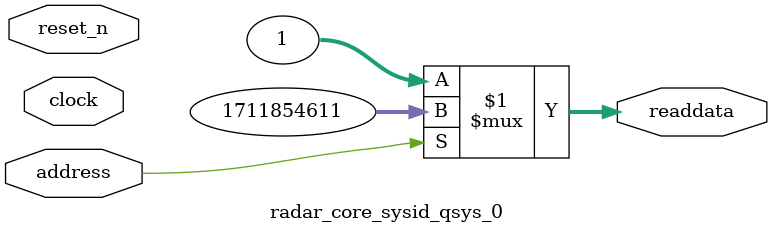
<source format=v>



// synthesis translate_off
`timescale 1ns / 1ps
// synthesis translate_on

// turn off superfluous verilog processor warnings 
// altera message_level Level1 
// altera message_off 10034 10035 10036 10037 10230 10240 10030 

module radar_core_sysid_qsys_0 (
               // inputs:
                address,
                clock,
                reset_n,

               // outputs:
                readdata
             )
;

  output  [ 31: 0] readdata;
  input            address;
  input            clock;
  input            reset_n;

  wire    [ 31: 0] readdata;
  //control_slave, which is an e_avalon_slave
  assign readdata = address ? 1711854611 : 1;

endmodule



</source>
